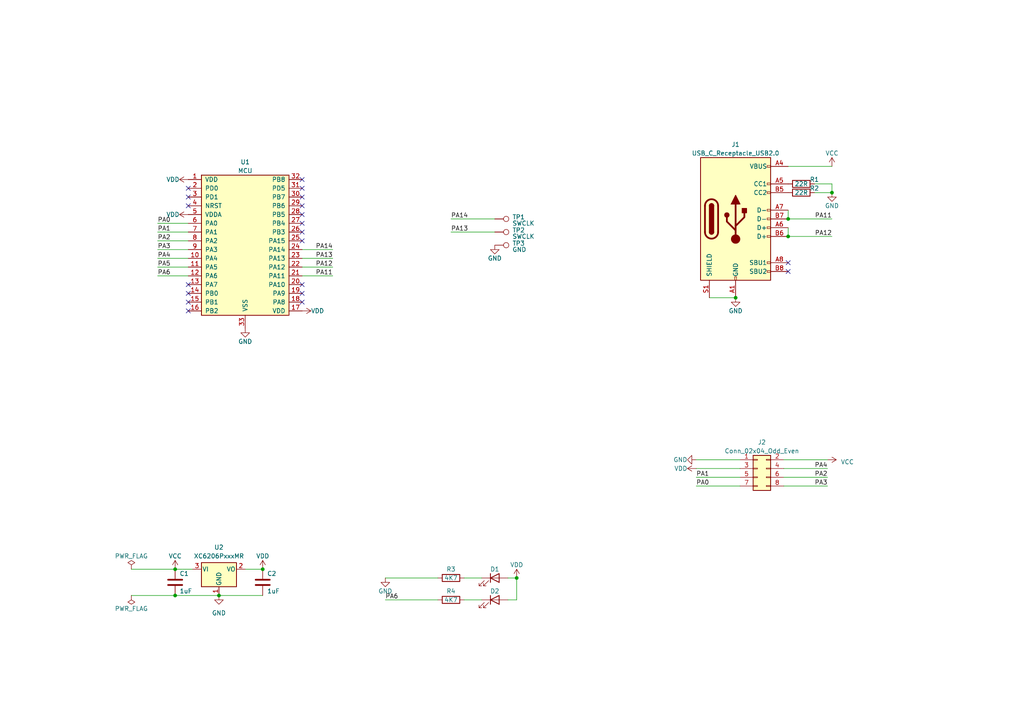
<source format=kicad_sch>
(kicad_sch (version 20230121) (generator eeschema)
  (paper "A4")
  (lib_symbols
    (symbol "Connector:TestPoint" (pin_numbers hide) (pin_names (offset 0.762) hide)
      (property "Reference" "TP" (at 0 6.858 0))
      (property "Value" "TestPoint" (at 0 5.08 0))
      (symbol "TestPoint_0_1"
        (circle (center 0 3.302) (radius 0.762))
      )
      (symbol "TestPoint_1_1"
        (pin passive line (at 0 0 90) (length 2.54) (name "1") (number "1"))
      )
    )
    (symbol "Connector:USB_C_Receptacle_USB2.0" (pin_names (offset 1.016))
      (property "Reference" "J" (at -10.16 19.05 0))
      (property "Value" "USB_C_Receptacle_USB2.0" (at 19.05 19.05 0))
      (symbol "USB_C_Receptacle_USB2.0_0_0"
        (rectangle (start -0.254 -17.78) (end 0.254 -16.764))
        (rectangle (start 10.16 -14.986) (end 9.144 -15.494))
        (rectangle (start 10.16 -12.446) (end 9.144 -12.954))
        (rectangle (start 10.16 -4.826) (end 9.144 -5.334))
        (rectangle (start 10.16 -2.286) (end 9.144 -2.794))
        (rectangle (start 10.16 0.254) (end 9.144 -0.254))
        (rectangle (start 10.16 2.794) (end 9.144 2.286))
        (rectangle (start 10.16 7.874) (end 9.144 7.366))
        (rectangle (start 10.16 10.414) (end 9.144 9.906))
        (rectangle (start 10.16 15.494) (end 9.144 14.986))
      )
      (symbol "USB_C_Receptacle_USB2.0_0_1"
        (rectangle (start -10.16 17.78) (end 10.16 -17.78) (stroke (width 0.254)) (fill (type background)))
        (arc (start -8.89 -3.81) (mid -6.985 -5.7067) (end -5.08 -3.81) (stroke (width 0.508)))
        (arc (start -7.62 -3.81) (mid -6.985 -4.4423) (end -6.35 -3.81) (stroke (width 0.254)))
        (arc (start -7.62 -3.81) (mid -6.985 -4.4423) (end -6.35 -3.81) (stroke (width 0.254)) (fill (type outline)))
        (rectangle (start -7.62 -3.81) (end -6.35 3.81) (stroke (width 0.254)) (fill (type outline)))
        (arc (start -6.35 3.81) (mid -6.985 4.4423) (end -7.62 3.81) (stroke (width 0.254)))
        (arc (start -6.35 3.81) (mid -6.985 4.4423) (end -7.62 3.81) (stroke (width 0.254)) (fill (type outline)))
        (arc (start -5.08 3.81) (mid -6.985 5.7067) (end -8.89 3.81) (stroke (width 0.508)))
        (circle (center -2.54 1.143) (radius 0.635) (stroke (width 0.254)) (fill (type outline)))
        (circle (center 0 -5.842) (radius 1.27) (fill (type outline)))
        (polyline (pts (xy -8.89 -3.81) (xy -8.89 3.81)) (stroke (width 0.508)))
        (polyline (pts (xy -5.08 3.81) (xy -5.08 -3.81)) (stroke (width 0.508)))
        (polyline (pts (xy 0 -5.842) (xy 0 4.318)) (stroke (width 0.508)))
        (polyline (pts (xy 0 -3.302) (xy -2.54 -0.762) (xy -2.54 0.508)) (stroke (width 0.508)))
        (polyline (pts (xy 0 -2.032) (xy 2.54 0.508) (xy 2.54 1.778)) (stroke (width 0.508)))
        (polyline (pts (xy -1.27 4.318) (xy 0 6.858) (xy 1.27 4.318) (xy -1.27 4.318)) (stroke (width 0.254)) (fill (type outline)))
        (rectangle (start 1.905 1.778) (end 3.175 3.048) (stroke (width 0.254)) (fill (type outline)))
      )
      (symbol "USB_C_Receptacle_USB2.0_1_1"
        (pin passive line (at 0 -22.86 90) (length 5.08) (name "GND") (number "A1"))
        (pin passive line (at 0 -22.86 90) (length 5.08) hide (name "GND") (number "A12"))
        (pin passive line (at 15.24 15.24 180) (length 5.08) (name "VBUS") (number "A4"))
        (pin bidirectional line (at 15.24 10.16 180) (length 5.08) (name "CC1") (number "A5"))
        (pin bidirectional line (at 15.24 -2.54 180) (length 5.08) (name "D+") (number "A6"))
        (pin bidirectional line (at 15.24 2.54 180) (length 5.08) (name "D-") (number "A7"))
        (pin bidirectional line (at 15.24 -12.7 180) (length 5.08) (name "SBU1") (number "A8"))
        (pin passive line (at 15.24 15.24 180) (length 5.08) hide (name "VBUS") (number "A9"))
        (pin passive line (at 0 -22.86 90) (length 5.08) hide (name "GND") (number "B1"))
        (pin passive line (at 0 -22.86 90) (length 5.08) hide (name "GND") (number "B12"))
        (pin passive line (at 15.24 15.24 180) (length 5.08) hide (name "VBUS") (number "B4"))
        (pin bidirectional line (at 15.24 7.62 180) (length 5.08) (name "CC2") (number "B5"))
        (pin bidirectional line (at 15.24 -5.08 180) (length 5.08) (name "D+") (number "B6"))
        (pin bidirectional line (at 15.24 0 180) (length 5.08) (name "D-") (number "B7"))
        (pin bidirectional line (at 15.24 -15.24 180) (length 5.08) (name "SBU2") (number "B8"))
        (pin passive line (at 15.24 15.24 180) (length 5.08) hide (name "VBUS") (number "B9"))
        (pin passive line (at -7.62 -22.86 90) (length 5.08) (name "SHIELD") (number "S1"))
      )
    )
    (symbol "Connector_Generic:Conn_02x04_Odd_Even" (pin_names (offset 1.016) hide)
      (property "Reference" "J" (at 1.27 5.08 0))
      (property "Value" "Conn_02x04_Odd_Even" (at 1.27 -7.62 0))
      (symbol "Conn_02x04_Odd_Even_1_1"
        (rectangle (start -1.27 -4.953) (end 0 -5.207) (stroke (width 0.1524)))
        (rectangle (start -1.27 -2.413) (end 0 -2.667) (stroke (width 0.1524)))
        (rectangle (start -1.27 0.127) (end 0 -0.127) (stroke (width 0.1524)))
        (rectangle (start -1.27 2.667) (end 0 2.413) (stroke (width 0.1524)))
        (rectangle (start -1.27 3.81) (end 3.81 -6.35) (stroke (width 0.254)) (fill (type background)))
        (rectangle (start 3.81 -4.953) (end 2.54 -5.207) (stroke (width 0.1524)))
        (rectangle (start 3.81 -2.413) (end 2.54 -2.667) (stroke (width 0.1524)))
        (rectangle (start 3.81 0.127) (end 2.54 -0.127) (stroke (width 0.1524)))
        (rectangle (start 3.81 2.667) (end 2.54 2.413) (stroke (width 0.1524)))
        (pin passive line (at -5.08 2.54 0) (length 3.81) (name "Pin_1") (number "1"))
        (pin passive line (at 7.62 2.54 180) (length 3.81) (name "Pin_2") (number "2"))
        (pin passive line (at -5.08 0 0) (length 3.81) (name "Pin_3") (number "3"))
        (pin passive line (at 7.62 0 180) (length 3.81) (name "Pin_4") (number "4"))
        (pin passive line (at -5.08 -2.54 0) (length 3.81) (name "Pin_5") (number "5"))
        (pin passive line (at 7.62 -2.54 180) (length 3.81) (name "Pin_6") (number "6"))
        (pin passive line (at -5.08 -5.08 0) (length 3.81) (name "Pin_7") (number "7"))
        (pin passive line (at 7.62 -5.08 180) (length 3.81) (name "Pin_8") (number "8"))
      )
    )
    (symbol "Connector_Generic:Conn_02x16_Counter_Clockwise" (pin_names (offset 1.016))
      (property "Reference" "U1" (at 0 22.86 0))
      (property "Value" "MCU" (at 0 20.32 0))
      (symbol "Conn_02x16_Counter_Clockwise_1_1"
        (rectangle (start -12.7 19.05) (end 12.7 -21.59) (stroke (width 0.254)) (fill (type background)))
        (pin power_in line (at -16.51 17.78 0) (length 3.81) (name "VDD") (number "1"))
        (pin bidirectional line (at -16.51 -5.08 0) (length 3.81) (name "PA4") (number "10"))
        (pin bidirectional line (at -16.51 -7.62 0) (length 3.81) (name "PA5") (number "11"))
        (pin bidirectional line (at -16.51 -10.16 0) (length 3.81) (name "PA6") (number "12"))
        (pin bidirectional line (at -16.51 -12.7 0) (length 3.81) (name "PA7") (number "13"))
        (pin bidirectional line (at -16.51 -15.24 0) (length 3.81) (name "PB0") (number "14"))
        (pin bidirectional line (at -16.51 -17.78 0) (length 3.81) (name "PB1") (number "15"))
        (pin bidirectional line (at -16.51 -20.32 0) (length 3.81) (name "PB2") (number "16"))
        (pin power_in line (at 16.51 -20.32 180) (length 3.81) (name "VDD") (number "17"))
        (pin bidirectional line (at 16.51 -17.78 180) (length 3.81) (name "PA8") (number "18"))
        (pin bidirectional line (at 16.51 -15.24 180) (length 3.81) (name "PA9") (number "19"))
        (pin bidirectional line (at -16.51 15.24 0) (length 3.81) (name "PD0") (number "2"))
        (pin bidirectional line (at 16.51 -12.7 180) (length 3.81) (name "PA10") (number "20"))
        (pin bidirectional line (at 16.51 -10.16 180) (length 3.81) (name "PA11") (number "21"))
        (pin bidirectional line (at 16.51 -7.62 180) (length 3.81) (name "PA12") (number "22"))
        (pin bidirectional line (at 16.51 -5.08 180) (length 3.81) (name "PA13") (number "23"))
        (pin bidirectional line (at 16.51 -2.54 180) (length 3.81) (name "PA14") (number "24"))
        (pin bidirectional line (at 16.51 0 180) (length 3.81) (name "PA15") (number "25"))
        (pin bidirectional line (at 16.51 2.54 180) (length 3.81) (name "PB3") (number "26"))
        (pin bidirectional line (at 16.51 5.08 180) (length 3.81) (name "PB4") (number "27"))
        (pin bidirectional line (at 16.51 7.62 180) (length 3.81) (name "PB5") (number "28"))
        (pin bidirectional line (at 16.51 10.16 180) (length 3.81) (name "PB6") (number "29"))
        (pin bidirectional line (at -16.51 12.7 0) (length 3.81) (name "PD1") (number "3"))
        (pin bidirectional line (at 16.51 12.7 180) (length 3.81) (name "PB7") (number "30"))
        (pin bidirectional line (at 16.51 15.24 180) (length 3.81) (name "PD5") (number "31"))
        (pin bidirectional line (at 16.51 17.78 180) (length 3.81) (name "PB8") (number "32"))
        (pin power_in line (at 0 -25.4 90) (length 3.81) (name "VSS") (number "33"))
        (pin input line (at -16.51 10.16 0) (length 3.81) (name "NRST") (number "4"))
        (pin power_in line (at -16.51 7.62 0) (length 3.81) (name "VDDA") (number "5"))
        (pin bidirectional line (at -16.51 5.08 0) (length 3.81) (name "PA0") (number "6"))
        (pin bidirectional line (at -16.51 2.54 0) (length 3.81) (name "PA1") (number "7"))
        (pin bidirectional line (at -16.51 0 0) (length 3.81) (name "PA2") (number "8"))
        (pin bidirectional line (at -16.51 -2.54 0) (length 3.81) (name "PA3") (number "9"))
      )
    )
    (symbol "Device:C" (pin_numbers hide) (pin_names (offset 0.254))
      (property "Reference" "C" (at 0.635 2.54 0))
      (property "Value" "C" (at 0.635 -2.54 0))
      (symbol "C_0_1"
        (polyline (pts (xy -2.032 -0.762) (xy 2.032 -0.762)) (stroke (width 0.508)))
        (polyline (pts (xy -2.032 0.762) (xy 2.032 0.762)) (stroke (width 0.508)))
      )
      (symbol "C_1_1"
        (pin passive line (at 0 3.81 270) (length 2.794) (name "~") (number "1"))
        (pin passive line (at 0 -3.81 90) (length 2.794) (name "~") (number "2"))
      )
    )
    (symbol "Device:LED" (pin_numbers hide) (pin_names (offset 1.016) hide)
      (property "Reference" "D" (at 0 2.54 0))
      (property "Value" "LED" (at 0 -2.54 0))
      (symbol "LED_0_1"
        (polyline (pts (xy -1.27 -1.27) (xy -1.27 1.27)) (stroke (width 0.254)))
        (polyline (pts (xy -1.27 0) (xy 1.27 0)))
        (polyline (pts (xy 1.27 -1.27) (xy 1.27 1.27) (xy -1.27 0) (xy 1.27 -1.27)) (stroke (width 0.254)))
        (polyline (pts (xy -3.048 -0.762) (xy -4.572 -2.286) (xy -3.81 -2.286) (xy -4.572 -2.286) (xy -4.572 -1.524)))
        (polyline (pts (xy -1.778 -0.762) (xy -3.302 -2.286) (xy -2.54 -2.286) (xy -3.302 -2.286) (xy -3.302 -1.524)))
      )
      (symbol "LED_1_1"
        (pin passive line (at -3.81 0 0) (length 2.54) (name "K") (number "1"))
        (pin passive line (at 3.81 0 180) (length 2.54) (name "A") (number "2"))
      )
    )
    (symbol "Device:R" (pin_numbers hide) (pin_names (offset 0))
      (property "Reference" "R" (at 2.032 0 90))
      (property "Value" "R" (at 0 0 90))
      (symbol "R_0_1"
        (rectangle (start -1.016 -2.54) (end 1.016 2.54) (stroke (width 0.254)))
      )
      (symbol "R_1_1"
        (pin passive line (at 0 3.81 270) (length 1.27) (name "~") (number "1"))
        (pin passive line (at 0 -3.81 90) (length 1.27) (name "~") (number "2"))
      )
    )
    (symbol "Regulator_Linear:XC6206PxxxMR" (pin_names (offset 0.254))
      (property "Reference" "U" (at -3.81 3.175 0))
      (property "Value" "XC6206PxxxMR" (at 0 3.175 0))
      (symbol "XC6206PxxxMR_0_1"
        (rectangle (start -5.08 1.905) (end 5.08 -5.08) (stroke (width 0.254)) (fill (type background)))
      )
      (symbol "XC6206PxxxMR_1_1"
        (pin power_in line (at 0 -7.62 90) (length 2.54) (name "GND") (number "1"))
        (pin power_out line (at 7.62 0 180) (length 2.54) (name "VO") (number "2"))
        (pin power_in line (at -7.62 0 0) (length 2.54) (name "VI") (number "3"))
      )
    )
    (symbol "power:GND" (power) (pin_names (offset 0))
      (property "Value" "GND" (at 0 -3.81 0))
      (symbol "GND_0_1"
        (polyline (pts (xy 0 0) (xy 0 -1.27) (xy 1.27 -1.27) (xy 0 -2.54) (xy -1.27 -1.27) (xy 0 -1.27)))
      )
      (symbol "GND_1_1"
        (pin power_in line (at 0 0 270) (length 0) hide (name "GND") (number "1"))
      )
    )
    (symbol "power:PWR_FLAG" (power) (pin_numbers hide) (pin_names (offset 0) hide)
      (property "Value" "PWR_FLAG" (at 0 3.81 0))
      (symbol "PWR_FLAG_0_0"
        (pin power_out line (at 0 0 90) (length 0) (name "pwr") (number "1"))
      )
      (symbol "PWR_FLAG_0_1"
        (polyline (pts (xy 0 0) (xy 0 1.27) (xy -1.016 1.905) (xy 0 2.54) (xy 1.016 1.905) (xy 0 1.27)))
      )
    )
    (symbol "power:VCC" (power) (pin_names (offset 0))
      (property "Value" "VCC" (at 0 3.81 0))
      (symbol "VCC_0_1"
        (polyline (pts (xy -0.762 1.27) (xy 0 2.54)))
        (polyline (pts (xy 0 0) (xy 0 2.54)))
        (polyline (pts (xy 0 2.54) (xy 0.762 1.27)))
      )
      (symbol "VCC_1_1"
        (pin power_in line (at 0 0 90) (length 0) hide (name "VCC") (number "1"))
      )
    )
    (symbol "power:VDD" (power) (pin_names (offset 0))
      (property "Value" "VDD" (at 0 3.81 0))
      (symbol "VDD_0_1"
        (polyline (pts (xy -0.762 1.27) (xy 0 2.54)))
        (polyline (pts (xy 0 0) (xy 0 2.54)))
        (polyline (pts (xy 0 2.54) (xy 0.762 1.27)))
      )
      (symbol "VDD_1_1"
        (pin power_in line (at 0 0 90) (length 0) hide (name "VDD") (number "1"))
      )
    )
  )
  (junction (at 63.5 172.72))
  (junction (at 228.6 68.58))
  (junction (at 50.8 165.1))
  (junction (at 149.86 167.64))
  (junction (at 241.3 55.88))
  (junction (at 76.2 165.1))
  (junction (at 50.8 172.72))
  (junction (at 228.6 63.5))
  (junction (at 213.36 86.36))
  (no_connect (at 54.61 54.61))
  (no_connect (at 87.63 62.23))
  (no_connect (at 54.61 90.17))
  (no_connect (at 87.63 82.55))
  (no_connect (at 87.63 85.09))
  (no_connect (at 87.63 87.63))
  (no_connect (at 87.63 69.85))
  (no_connect (at 87.63 67.31))
  (no_connect (at 228.6 78.74))
  (no_connect (at 54.61 85.09))
  (no_connect (at 87.63 57.15))
  (no_connect (at 87.63 64.77))
  (no_connect (at 228.6 76.2))
  (no_connect (at 54.61 87.63))
  (no_connect (at 54.61 59.69))
  (no_connect (at 54.61 57.15))
  (no_connect (at 87.63 59.69))
  (no_connect (at 54.61 82.55))
  (no_connect (at 87.63 54.61))
  (no_connect (at 87.63 52.07))
  (wire (pts (xy 147.32 173.99) (xy 149.86 173.99)))
  (wire (pts (xy 201.93 133.35) (xy 214.63 133.35)))
  (wire (pts (xy 130.81 63.5) (xy 143.51 63.5)))
  (wire (pts (xy 227.33 133.35) (xy 240.03 133.35)))
  (wire (pts (xy 236.22 53.34) (xy 241.3 53.34)))
  (wire (pts (xy 227.33 138.43) (xy 240.03 138.43)))
  (wire (pts (xy 147.32 167.64) (xy 149.86 167.64)))
  (wire (pts (xy 87.63 80.01) (xy 96.52 80.01)))
  (wire (pts (xy 228.6 66.04) (xy 228.6 68.58)))
  (wire (pts (xy 38.1 165.1) (xy 50.8 165.1)))
  (wire (pts (xy 87.63 72.39) (xy 96.52 72.39)))
  (wire (pts (xy 45.72 74.93) (xy 54.61 74.93)))
  (wire (pts (xy 201.93 135.89) (xy 214.63 135.89)))
  (wire (pts (xy 63.5 172.72) (xy 76.2 172.72)))
  (wire (pts (xy 201.93 138.43) (xy 214.63 138.43)))
  (wire (pts (xy 50.8 165.1) (xy 55.88 165.1)))
  (wire (pts (xy 228.6 48.26) (xy 241.3 48.26)))
  (wire (pts (xy 45.72 69.85) (xy 54.61 69.85)))
  (wire (pts (xy 227.33 135.89) (xy 240.03 135.89)))
  (wire (pts (xy 45.72 64.77) (xy 54.61 64.77)))
  (wire (pts (xy 76.2 165.1) (xy 71.12 165.1)))
  (wire (pts (xy 241.3 55.88) (xy 236.22 55.88)))
  (wire (pts (xy 149.86 173.99) (xy 149.86 167.64)))
  (wire (pts (xy 111.76 167.64) (xy 127 167.64)))
  (wire (pts (xy 228.6 68.58) (xy 241.3 68.58)))
  (wire (pts (xy 45.72 77.47) (xy 54.61 77.47)))
  (wire (pts (xy 205.74 86.36) (xy 213.36 86.36)))
  (wire (pts (xy 87.63 74.93) (xy 96.52 74.93)))
  (wire (pts (xy 241.3 53.34) (xy 241.3 55.88)))
  (wire (pts (xy 134.62 167.64) (xy 139.7 167.64)))
  (wire (pts (xy 38.1 172.72) (xy 50.8 172.72)))
  (wire (pts (xy 228.6 63.5) (xy 241.3 63.5)))
  (wire (pts (xy 45.72 72.39) (xy 54.61 72.39)))
  (wire (pts (xy 45.72 67.31) (xy 54.61 67.31)))
  (wire (pts (xy 228.6 60.96) (xy 228.6 63.5)))
  (wire (pts (xy 45.72 80.01) (xy 54.61 80.01)))
  (wire (pts (xy 201.93 140.97) (xy 214.63 140.97)))
  (wire (pts (xy 130.81 67.31) (xy 143.51 67.31)))
  (wire (pts (xy 227.33 140.97) (xy 240.03 140.97)))
  (wire (pts (xy 134.62 173.99) (xy 139.7 173.99)))
  (wire (pts (xy 50.8 172.72) (xy 63.5 172.72)))
  (wire (pts (xy 87.63 77.47) (xy 96.52 77.47)))
  (wire (pts (xy 111.76 173.99) (xy 127 173.99)))
  (label "PA4" (at 45.72 74.93 0))
  (label "PA11" (at 96.52 80.01 180))
  (label "PA1" (at 45.72 67.31 0))
  (label "PA6" (at 111.76 173.99 0))
  (label "PA12" (at 241.3 68.58 180))
  (label "PA14" (at 96.52 72.39 180))
  (label "PA3" (at 45.72 72.39 0))
  (label "PA2" (at 45.72 69.85 0))
  (label "PA0" (at 45.72 64.77 0))
  (label "PA2" (at 240.03 138.43 180))
  (label "PA0" (at 201.93 140.97 0))
  (label "PA13" (at 130.81 67.31 0))
  (label "PA12" (at 96.52 77.47 180))
  (label "PA14" (at 130.81 63.5 0))
  (label "PA5" (at 45.72 77.47 0))
  (label "PA11" (at 241.3 63.5 180))
  (label "PA13" (at 96.52 74.93 180))
  (label "PA6" (at 45.72 80.01 0))
  (label "PA4" (at 240.03 135.89 180))
  (label "PA1" (at 201.93 138.43 0))
  (label "PA3" (at 240.03 140.97 180))
  (symbol (lib_id "power:VCC") (at 241.3 48.26 0) (unit 1)
    (property "Reference" "#PWR01" (effects hide))
    (property "Value" "VCC" (at 241.3 44.45 0))
  )
  (symbol (lib_id "power:GND") (at 201.93 133.35 270) (unit 1)
    (property "Reference" "#PWR09" (effects hide))
    (property "Value" "GND" (at 199.39 133.35 90) (effects (justify right)))
  )
  (symbol (lib_id "Connector_Generic:Conn_02x16_Counter_Clockwise") (at 71.12 69.85 0) (unit 1)
    (property "Reference" "U1" (at 71.12 46.99 0))
    (property "Value" "MCU" (at 71.12 49.53 0))
    (property "Footprint" "Package_DFN_QFN:QFN-32-1EP_5x5mm_P0.5mm_EP3.6x3.6mm" (effects hide))
  )
  (symbol (lib_id "power:VDD") (at 54.61 52.07 90) (unit 1)
    (property "Reference" "#PWR02" (effects hide))
    (property "Value" "VDD" (at 52.07 52.07 90) (effects (justify left)))
  )
  (symbol (lib_id "power:VDD") (at 149.86 167.64 0) (unit 1)
    (property "Reference" "#PWR015" (effects hide))
    (property "Value" "VDD" (at 149.86 163.83 0))
  )
  (symbol (lib_id "power:VDD") (at 201.93 135.89 90) (unit 1)
    (property "Reference" "#PWR011" (effects hide))
    (property "Value" "VDD" (at 199.39 135.89 90) (effects (justify left)))
  )
  (symbol (lib_id "power:GND") (at 111.76 167.64 0) (unit 1)
    (property "Reference" "#PWR014" (effects hide))
    (property "Value" "GND" (at 111.76 171.45 0))
  )
  (symbol (lib_id "power:VDD") (at 54.61 62.23 90) (unit 1)
    (property "Reference" "#PWR04" (effects hide))
    (property "Value" "VDD" (at 52.07 62.23 90) (effects (justify left)))
  )
  (symbol (lib_id "power:PWR_FLAG") (at 38.1 172.72 180) (unit 1)
    (property "Reference" "#FLG02" (effects hide))
    (property "Value" "PWR_FLAG" (at 38.1 176.53 0))
  )
  (symbol (lib_id "Device:LED") (at 143.51 167.64 0) (unit 1)
    (property "Reference" "D1" (at 143.51 165.1 0))
    (property "Value" "LED" (effects hide))
    (property "Footprint" "LED_SMD:LED_0603_1608Metric_Pad1.05x0.95mm_HandSolder" (effects hide))
  )
  (symbol (lib_id "power:GND") (at 143.51 71.12 0) (unit 1)
    (property "Reference" "#PWR05" (effects hide))
    (property "Value" "GND" (at 143.51 74.93 0))
  )
  (symbol (lib_id "power:GND") (at 213.36 86.36 0) (unit 1)
    (property "Reference" "#PWR06" (effects hide))
    (property "Value" "GND" (at 213.36 90.17 0))
  )
  (symbol (lib_id "power:VDD") (at 76.2 165.1 0) (unit 1)
    (property "Reference" "#PWR013" (effects hide))
    (property "Value" "VDD" (at 76.2 161.29 0))
  )
  (symbol (lib_id "Connector:TestPoint") (at 143.51 71.12 270) (unit 1)
    (property "Reference" "TP3" (at 148.59 69.85 90) (effects (justify left top)))
    (property "Value" "GND" (at 148.59 72.39 90) (effects (justify left)))
    (property "Footprint" "TestPoint:TestPoint_Pad_D1.0mm" (effects hide))
  )
  (symbol (lib_id "power:GND") (at 241.3 55.88 0) (unit 1)
    (property "Reference" "#PWR03" (effects hide))
    (property "Value" "GND" (at 241.3 59.69 0))
  )
  (symbol (lib_id "Connector:TestPoint") (at 143.51 63.5 270) (unit 1)
    (property "Reference" "TP1" (at 148.59 62.23 90) (effects (justify left top)))
    (property "Value" "SWCLK" (at 148.59 64.77 90) (effects (justify left)))
    (property "Footprint" "TestPoint:TestPoint_Pad_D1.0mm" (effects hide))
  )
  (symbol (lib_id "power:GND") (at 63.5 172.72 0) (unit 1)
    (property "Reference" "#PWR016" (effects hide))
    (property "Value" "GND" (at 63.5 177.8 0))
  )
  (symbol (lib_id "Device:R") (at 232.41 55.88 90) (unit 1)
    (property "Reference" "R2" (at 236.22 54.61 90))
    (property "Value" "22R" (at 232.41 55.88 90))
    (property "Footprint" "Resistor_SMD:R_0603_1608Metric_Pad0.98x0.95mm_HandSolder" (effects hide))
  )
  (symbol (lib_id "Device:R") (at 130.81 173.99 90) (unit 1)
    (property "Reference" "R4" (at 130.81 171.45 90))
    (property "Value" "4K7" (at 130.81 173.99 90))
    (property "Footprint" "Resistor_SMD:R_0603_1608Metric_Pad0.98x0.95mm_HandSolder" (effects hide))
  )
  (symbol (lib_id "Device:C") (at 76.2 168.91 0) (unit 1)
    (property "Reference" "C2" (at 77.47 166.37 0) (effects (justify left)))
    (property "Value" "1uF" (at 77.47 171.45 0) (effects (justify left)))
    (property "Footprint" "Capacitor_SMD:C_0603_1608Metric_Pad1.08x0.95mm_HandSolder" (effects hide))
  )
  (symbol (lib_id "power:VDD") (at 87.63 90.17 270) (unit 1)
    (property "Reference" "#PWR07" (effects hide))
    (property "Value" "VDD" (at 90.17 90.17 90) (effects (justify left)))
  )
  (symbol (lib_id "Regulator_Linear:XC6206PxxxMR") (at 63.5 165.1 0) (unit 1)
    (property "Reference" "U2" (at 63.5 158.75 0))
    (property "Value" "XC6206PxxxMR" (at 63.5 161.29 0))
    (property "Footprint" "Package_TO_SOT_SMD:SOT-23" (effects hide))
    (property "Datasheet" "https://www.torexsemi.com/file/xc6206/XC6206.pdf" (effects hide))
  )
  (symbol (lib_id "Device:R") (at 232.41 53.34 90) (unit 1)
    (property "Reference" "R1" (at 236.22 52.07 90))
    (property "Value" "22R" (at 232.41 53.34 90))
    (property "Footprint" "Resistor_SMD:R_0603_1608Metric_Pad0.98x0.95mm_HandSolder" (effects hide))
  )
  (symbol (lib_id "power:GND") (at 71.12 95.25 0) (unit 1)
    (property "Reference" "#PWR08" (effects hide))
    (property "Value" "GND" (at 71.12 99.06 0))
  )
  (symbol (lib_id "power:PWR_FLAG") (at 38.1 165.1 0) (unit 1)
    (property "Reference" "#FLG01" (effects hide))
    (property "Value" "PWR_FLAG" (at 38.1 161.29 0))
  )
  (symbol (lib_id "Device:R") (at 130.81 167.64 90) (unit 1)
    (property "Reference" "R3" (at 130.81 165.1 90))
    (property "Value" "4K7" (at 130.81 167.64 90))
    (property "Footprint" "Resistor_SMD:R_0603_1608Metric_Pad0.98x0.95mm_HandSolder" (effects hide))
  )
  (symbol (lib_id "power:VCC") (at 50.8 165.1 0) (unit 1)
    (property "Reference" "#PWR012" (effects hide))
    (property "Value" "VCC" (at 50.8 161.29 0))
  )
  (symbol (lib_id "power:VCC") (at 240.03 133.35 270) (unit 1)
    (property "Reference" "#PWR010" (effects hide))
    (property "Value" "VCC" (at 243.84 133.985 90) (effects (justify left)))
  )
  (symbol (lib_id "Connector:TestPoint") (at 143.51 67.31 270) (unit 1)
    (property "Reference" "TP2" (at 148.59 66.04 90) (effects (justify left top)))
    (property "Value" "SWCLK" (at 148.59 68.58 90) (effects (justify left)))
    (property "Footprint" "TestPoint:TestPoint_Pad_D1.0mm" (effects hide))
  )
  (symbol (lib_id "Connector_Generic:Conn_02x04_Odd_Even") (at 219.71 135.89 0) (unit 1)
    (property "Reference" "J2" (at 220.98 128.27 0))
    (property "Value" "Conn_02x04_Odd_Even" (at 220.98 130.81 0))
    (property "Footprint" "Connector_PinHeader_2.54mm:PinHeader_2x04_P2.54mm_Horizonal_Edge" (effects hide))
  )
  (symbol (lib_id "Device:C") (at 50.8 168.91 0) (unit 1)
    (property "Reference" "C1" (at 52.07 166.37 0) (effects (justify left)))
    (property "Value" "1uF" (at 52.07 171.45 0) (effects (justify left)))
    (property "Footprint" "Capacitor_SMD:C_0603_1608Metric_Pad1.08x0.95mm_HandSolder" (effects hide))
  )
  (symbol (lib_id "Device:LED") (at 143.51 173.99 0) (unit 1)
    (property "Reference" "D2" (at 143.51 171.45 0))
    (property "Value" "LED" (effects hide))
    (property "Footprint" "LED_SMD:LED_0603_1608Metric_Pad1.05x0.95mm_HandSolder" (effects hide))
  )
  (symbol (lib_id "Connector:USB_C_Receptacle_USB2.0") (at 213.36 63.5 0) (unit 1)
    (property "Reference" "J1" (at 213.36 41.91 0))
    (property "Value" "USB_C_Receptacle_USB2.0" (at 213.36 44.45 0))
    (property "Footprint" "Connector_USB:USB_C_Receptacle_HRO_TYPE-C-31-M-12" (effects hide))
    (property "Datasheet" "https://www.usb.org/sites/default/files/documents/usb_type-c.zip" (effects hide))
  )
)
</source>
